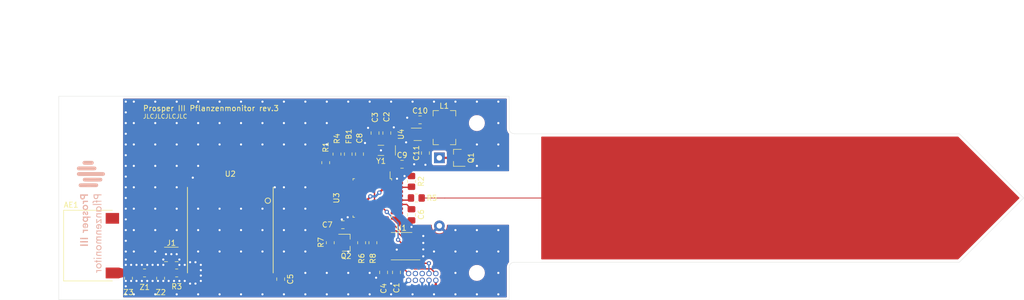
<source format=kicad_pcb>
(kicad_pcb (version 20171130) (host pcbnew "(5.1.12-1-10_14)")
  (layers (0 F.Cu signal) (31 B.Cu signal) (34 B.Paste user) (35 F.Paste user) (36 B.SilkS user) (37 F.SilkS user) (38 B.Mask user) (39 F.Mask user) (44 Edge.Cuts user))
  (net 0 "")
  (net 1 "Net-(AE1-Pad1)")
  (net 2 GND)
  (net 3 "Net-(BT1-Pad1)")
  (net 4 VI2C)
  (net 5 +3V3)
  (net 6 VIN_SENSE)
  (net 7 +3.3VA)
  (net 8 NRST)
  (net 9 "Net-(J1-Pad1)")
  (net 10 SWDIO)
  (net 11 SWCLK)
  (net 12 "Net-(J2-Pad8)")
  (net 13 "Net-(J2-Pad7)")
  (net 14 "Net-(J2-Pad6)")
  (net 15 "Net-(L1-Pad1)")
  (net 16 I2C_ENABLE)
  (net 17 SCL)
  (net 18 SDA)
  (net 19 RFM95_NRST)
  (net 20 MISO)
  (net 21 MOSI)
  (net 22 SCK)
  (net 23 RFM95_NSS)
  (net 24 RFM95_DIO5)
  (net 25 "Net-(U2-Pad11)")
  (net 26 "Net-(U2-Pad12)")
  (net 27 "Net-(U2-Pad16)")
  (net 28 TSC_IO1)
  (net 29 TSC_IO2)
  (net 30 SENSOR_PLANE)
  (net 31 RFM95_DIO0)
  (net 32 RFM95_DIO1)
  (net 33 "Net-(C2-Pad1)")
  (net 34 "Net-(C3-Pad1)")
  (net 35 "Net-(R2-Pad1)")
  (net 36 "Net-(R3-Pad1)")
  (net 37 "Net-(R4-Pad2)")
  (net 38 "Net-(U3-Pad7)")
  (net 39 "Net-(U3-Pad21)")
  (net 40 "Net-(U3-Pad22)")
  (net 41 "Net-(U3-Pad25)")
  (net 42 "Net-(U3-Pad26)")
  (net 43 "Net-(U3-Pad29)")
  (net 44 "Net-(U3-Pad30)")
  (module Crystal:Crystal_SMD_EuroQuartz_EQ161-2Pin_3.2x1.5mm_HandSoldering (layer F.Cu) (at 120.1 91.1 180)
    (fp_text reference Y1 (at -0.025 -2) (layer F.SilkS))
    (fp_text value 32768Hz)
    (pad 2 smd rect (at 1.625 0 180) (size 1.75 1.8) (layers F.Cu F.Paste F.Mask) (net 34 "Net-(C3-Pad1)"))
    (pad 1 smd rect (at -1.625 0 180) (size 1.75 1.8) (layers F.Cu F.Paste F.Mask) (net 33 "Net-(C2-Pad1)"))
  )
  (module Capacitor_SMD:C_0805_2012Metric_Pad1.18x1.45mm_HandSolder (layer F.Cu) (at 119 87.8625 90)
    (fp_text reference C3 (at 2.9125 0 270) (layer F.SilkS))
    (fp_text value 100nF)
    (pad 2 smd roundrect (at 1.0375 0 90) (size 1.175 1.45) (layers F.Cu F.Paste F.Mask) (roundrect_rratio 0.2127659574468085) (net 2 GND))
    (pad 1 smd roundrect (at -1.0375 0 90) (size 1.175 1.45) (layers F.Cu F.Paste F.Mask) (roundrect_rratio 0.2127659574468085) (net 34 "Net-(C3-Pad1)"))
  )
  (module Capacitor_SMD:C_0805_2012Metric_Pad1.18x1.45mm_HandSolder (layer F.Cu) (at 121.2 87.8625 90)
    (fp_text reference C2 (at 3.0125 -0.05 90) (layer F.SilkS))
    (fp_text value 100nF)
    (pad 2 smd roundrect (at 1.0375 0 90) (size 1.175 1.45) (layers F.Cu F.Paste F.Mask) (roundrect_rratio 0.2127659574468085) (net 2 GND))
    (pad 1 smd roundrect (at -1.0375 0 90) (size 1.175 1.45) (layers F.Cu F.Paste F.Mask) (roundrect_rratio 0.2127659574468085) (net 33 "Net-(C2-Pad1)"))
  )
  (module my-footprints-library:ProsperIIIPflanzenMonitorLogo (layer B.Cu) (at 66 103.5 270)
    (fp_text reference G*** hide)
    (fp_text value LOGO hide)
  )
  (module MountingHole:MountingHole_2.2mm_M2 (layer F.Cu) (at 138 114)
    (fp_text reference H3 hide)
    (fp_text value MountingHole)
    (pad 1 np_thru_hole circle (at 0 0) (size 2.2 2.2) (drill 2.2) (layers *.Cu *.Mask))
  )
  (module MountingHole:MountingHole_2.2mm_M2 (layer F.Cu) (at 138 86)
    (fp_text reference H2 hide)
    (fp_text value MountingHole)
    (pad 1 np_thru_hole circle (at 0 0) (size 2.2 2.2) (drill 2.2) (layers *.Cu *.Mask))
  )
  (module MountingHole:MountingHole_2.2mm_M2 (layer F.Cu) (at 65 86)
    (fp_text reference H1 hide)
    (fp_text value MountingHole)
    (pad 1 np_thru_hole circle (at 0 0) (size 2.2 2.2) (drill 2.2) (layers *.Cu *.Mask))
  )
  (module my-footprints-library:BatteryHolder_Keystone_2468_2xAAA_NoSilkscreen (layer B.Cu) (at 131 92.5 180)
    (fp_text reference BT1 hide)
    (fp_text value Keystone-2462)
    (pad 2 thru_hole circle (at 0 -12.7 180) (size 2 2) (drill 1.02) (layers *.Cu *.Mask) (net 2 GND))
    (pad 1 thru_hole rect (at 0 0 180) (size 2 2) (drill 1.02) (layers *.Cu *.Mask) (net 3 "Net-(BT1-Pad1)"))
  )
  (module my-footprints-library:SHF-105-01-L-D-TH_NoSilkscreen (layer B.Cu) (at 127.8 114.75 180)
    (fp_text reference J2 hide)
    (fp_text value SHF-105-01-L-D-TH)
    (pad 2 thru_hole circle (at -2.54 0.635 180) (size 1 1) (drill 0.65) (layers *.Cu *.Mask) (net 10 SWDIO))
    (pad 4 thru_hole circle (at -1.27 0.635 180) (size 1 1) (drill 0.65) (layers *.Cu *.Mask) (net 11 SWCLK))
    (pad 10 thru_hole circle (at 2.54 0.635 180) (size 1 1) (drill 0.65) (layers *.Cu *.Mask) (net 8 NRST))
    (pad 8 thru_hole circle (at 1.27 0.635 180) (size 1 1) (drill 0.65) (layers *.Cu *.Mask) (net 12 "Net-(J2-Pad8)"))
    (pad 9 thru_hole circle (at 2.54 -0.635 180) (size 1 1) (drill 0.65) (layers *.Cu *.Mask) (net 2 GND))
    (pad 7 thru_hole circle (at 1.27 -0.635 180) (size 1 1) (drill 0.65) (layers *.Cu *.Mask) (net 13 "Net-(J2-Pad7)"))
    (pad 1 thru_hole circle (at -2.54 -0.635 180) (size 1 1) (drill 0.65) (layers *.Cu *.Mask) (net 5 +3V3))
    (pad 3 thru_hole circle (at -1.27 -0.635 180) (size 1 1) (drill 0.65) (layers *.Cu *.Mask) (net 2 GND))
    (pad 6 thru_hole circle (at 0 0.635 180) (size 1 1) (drill 0.65) (layers *.Cu *.Mask) (net 14 "Net-(J2-Pad6)"))
    (pad 5 thru_hole circle (at 0 -0.635 180) (size 1 1) (drill 0.65) (layers *.Cu *.Mask) (net 2 GND))
  )
  (module Resistor_SMD:R_0805_2012Metric_Pad1.20x1.40mm_HandSolder (layer F.Cu) (at 126.7 100)
    (fp_text reference R5 (at 2.9 0) (layer F.SilkS))
    (fp_text value ?)
    (pad 2 smd roundrect (at 1 0) (size 1.2 1.4) (layers F.Cu F.Paste F.Mask) (roundrect_rratio 0.2083325) (net 30 SENSOR_PLANE))
    (pad 1 smd roundrect (at -1 0) (size 1.2 1.4) (layers F.Cu F.Paste F.Mask) (roundrect_rratio 0.2083325) (net 29 TSC_IO2))
  )
  (module Capacitor_SMD:C_0805_2012Metric_Pad1.18x1.45mm_HandSolder (layer F.Cu) (at 125.8 103.1375 270)
    (fp_text reference C6 (at -0.0375 -1.8 90) (layer F.SilkS))
    (fp_text value ?)
    (pad 2 smd roundrect (at 1.0375 0 270) (size 1.175 1.45) (layers F.Cu F.Paste F.Mask) (roundrect_rratio 0.2127659574468085) (net 2 GND))
    (pad 1 smd roundrect (at -1.0375 0 270) (size 1.175 1.45) (layers F.Cu F.Paste F.Mask) (roundrect_rratio 0.2127659574468085) (net 28 TSC_IO1))
  )
  (module Resistor_SMD:R_0805_2012Metric_Pad1.20x1.40mm_HandSolder (layer F.Cu) (at 73 115 90)
    (fp_text reference Z3 (at -2.625 0) (layer F.SilkS))
    (fp_text value NC)
    (pad 2 smd roundrect (at 1 0 90) (size 1.2 1.4) (layers F.Cu F.Paste F.Mask) (roundrect_rratio 0.2083325) (net 1 "Net-(AE1-Pad1)"))
    (pad 1 smd roundrect (at -1 0 90) (size 1.2 1.4) (layers F.Cu F.Paste F.Mask) (roundrect_rratio 0.2083325) (net 2 GND))
  )
  (module Resistor_SMD:R_0805_2012Metric_Pad1.20x1.40mm_HandSolder (layer F.Cu) (at 76 114 180)
    (fp_text reference Z1 (at -0.025 -2.675 180) (layer F.SilkS))
    (fp_text value 10nH)
    (pad 2 smd roundrect (at 1 0 180) (size 1.2 1.4) (layers F.Cu F.Paste F.Mask) (roundrect_rratio 0.2083325) (net 1 "Net-(AE1-Pad1)"))
    (pad 1 smd roundrect (at -1 0 180) (size 1.2 1.4) (layers F.Cu F.Paste F.Mask) (roundrect_rratio 0.2083325) (net 9 "Net-(J1-Pad1)"))
  )
  (module Resistor_SMD:R_0805_2012Metric_Pad1.20x1.40mm_HandSolder (layer F.Cu) (at 79 115 270)
    (fp_text reference Z2 (at 2.625 -0.025) (layer F.SilkS))
    (fp_text value 3.9nF)
    (pad 2 smd roundrect (at 1 0 270) (size 1.2 1.4) (layers F.Cu F.Paste F.Mask) (roundrect_rratio 0.2083325) (net 2 GND))
    (pad 1 smd roundrect (at -1 0 270) (size 1.2 1.4) (layers F.Cu F.Paste F.Mask) (roundrect_rratio 0.2083325) (net 9 "Net-(J1-Pad1)"))
  )
  (module my-footprints-library:LQFP-32_7x7mm_P0.8mm_HandSolder (layer F.Cu) (at 118.5 100 270)
    (fp_text reference U3 (at 0 6.7 270) (layer F.SilkS))
    (fp_text value STM32L412KB)
    (pad 1 smd roundrect (at -4.575 -2.8 270) (size 2.3 0.5) (layers F.Cu F.Paste F.Mask) (net 5 +3V3))
    (pad 2 smd roundrect (at -4.575 -2 270) (size 2.3 0.5) (layers F.Cu F.Paste F.Mask) (net 33 "Net-(C2-Pad1)"))
    (pad 3 smd roundrect (at -4.575 -1.2 270) (size 2.3 0.5) (layers F.Cu F.Paste F.Mask) (net 34 "Net-(C3-Pad1)"))
    (pad 4 smd roundrect (at -4.575 -0.4 270) (size 2.3 0.5) (layers F.Cu F.Paste F.Mask) (net 8 NRST))
    (pad 5 smd roundrect (at -4.575 0.4 270) (size 2.3 0.5) (layers F.Cu F.Paste F.Mask) (net 7 +3.3VA))
    (pad 6 smd roundrect (at -4.575 1.2 270) (size 2.3 0.5) (layers F.Cu F.Paste F.Mask) (net 37 "Net-(R4-Pad2)"))
    (pad 7 smd roundrect (at -4.575 2 270) (size 2.3 0.5) (layers F.Cu F.Paste F.Mask) (net 38 "Net-(U3-Pad7)"))
    (pad 8 smd roundrect (at -4.575 2.8 270) (size 2.3 0.5) (layers F.Cu F.Paste F.Mask) (net 24 RFM95_DIO5))
    (pad 9 smd roundrect (at -2.8 4.575 270) (size 0.5 2.3) (layers F.Cu F.Paste F.Mask) (net 19 RFM95_NRST))
    (pad 10 smd roundrect (at -2 4.575 270) (size 0.5 2.3) (layers F.Cu F.Paste F.Mask) (net 23 RFM95_NSS))
    (pad 11 smd roundrect (at -1.2 4.575 270) (size 0.5 2.3) (layers F.Cu F.Paste F.Mask) (net 22 SCK))
    (pad 12 smd roundrect (at -0.4 4.575 270) (size 0.5 2.3) (layers F.Cu F.Paste F.Mask) (net 20 MISO))
    (pad 13 smd roundrect (at 0.4 4.575 270) (size 0.5 2.3) (layers F.Cu F.Paste F.Mask) (net 21 MOSI))
    (pad 14 smd roundrect (at 1.2 4.575 270) (size 0.5 2.3) (layers F.Cu F.Paste F.Mask) (net 31 RFM95_DIO0))
    (pad 15 smd roundrect (at 2 4.575 270) (size 0.5 2.3) (layers F.Cu F.Paste F.Mask) (net 32 RFM95_DIO1))
    (pad 16 smd roundrect (at 2.8 4.575 270) (size 0.5 2.3) (layers F.Cu F.Paste F.Mask) (net 2 GND))
    (pad 17 smd roundrect (at 4.575 2.8 270) (size 2.3 0.5) (layers F.Cu F.Paste F.Mask) (net 5 +3V3))
    (pad 18 smd roundrect (at 4.575 2 270) (size 2.3 0.5) (layers F.Cu F.Paste F.Mask) (net 16 I2C_ENABLE))
    (pad 19 smd roundrect (at 4.575 1.2 270) (size 2.3 0.5) (layers F.Cu F.Paste F.Mask) (net 17 SCL))
    (pad 20 smd roundrect (at 4.575 0.4 270) (size 2.3 0.5) (layers F.Cu F.Paste F.Mask) (net 18 SDA))
    (pad 21 smd roundrect (at 4.575 -0.4 270) (size 2.3 0.5) (layers F.Cu F.Paste F.Mask) (net 39 "Net-(U3-Pad21)"))
    (pad 22 smd roundrect (at 4.575 -1.2 270) (size 2.3 0.5) (layers F.Cu F.Paste F.Mask) (net 40 "Net-(U3-Pad22)"))
    (pad 23 smd roundrect (at 4.575 -2 270) (size 2.3 0.5) (layers F.Cu F.Paste F.Mask) (net 10 SWDIO))
    (pad 24 smd roundrect (at 4.575 -2.8 270) (size 2.3 0.5) (layers F.Cu F.Paste F.Mask) (net 11 SWCLK))
    (pad 25 smd roundrect (at 2.8 -4.575 270) (size 0.5 2.3) (layers F.Cu F.Paste F.Mask) (net 41 "Net-(U3-Pad25)"))
    (pad 26 smd roundrect (at 2 -4.575 270) (size 0.5 2.3) (layers F.Cu F.Paste F.Mask) (net 42 "Net-(U3-Pad26)"))
    (pad 27 smd roundrect (at 1.2 -4.575 270) (size 0.5 2.3) (layers F.Cu F.Paste F.Mask) (net 28 TSC_IO1))
    (pad 28 smd roundrect (at 0.4 -4.575 270) (size 0.5 2.3) (layers F.Cu F.Paste F.Mask) (net 29 TSC_IO2))
    (pad 29 smd roundrect (at -0.4 -4.575 270) (size 0.5 2.3) (layers F.Cu F.Paste F.Mask) (net 43 "Net-(U3-Pad29)"))
    (pad 30 smd roundrect (at -1.2 -4.575 270) (size 0.5 2.3) (layers F.Cu F.Paste F.Mask) (net 44 "Net-(U3-Pad30)"))
    (pad 31 smd roundrect (at -2 -4.575 270) (size 0.5 2.3) (layers F.Cu F.Paste F.Mask) (net 35 "Net-(R2-Pad1)"))
    (pad 32 smd roundrect (at -2.8 -4.575 270) (size 0.5 2.3) (layers F.Cu F.Paste F.Mask) (net 2 GND))
  )
  (module Package_TO_SOT_SMD:SOT-363_SC-70-6_Handsoldering (layer F.Cu) (at 126.95 88.1)
    (fp_text reference U4 (at -3.1 0 270) (layer F.SilkS))
    (fp_text value TLV61225)
    (pad 6 smd rect (at 1.33 -0.65) (size 1.5 0.4) (layers F.Cu F.Paste F.Mask) (net 6 VIN_SENSE))
    (pad 5 smd rect (at 1.33 0) (size 1.5 0.4) (layers F.Cu F.Paste F.Mask) (net 15 "Net-(L1-Pad1)"))
    (pad 4 smd rect (at 1.33 0.65) (size 1.5 0.4) (layers F.Cu F.Paste F.Mask) (net 5 +3V3))
    (pad 3 smd rect (at -1.33 0.65) (size 1.5 0.4) (layers F.Cu F.Paste F.Mask) (net 2 GND))
    (pad 2 smd rect (at -1.33 0) (size 1.5 0.4) (layers F.Cu F.Paste F.Mask) (net 5 +3V3))
    (pad 1 smd rect (at -1.33 -0.65) (size 1.5 0.4) (layers F.Cu F.Paste F.Mask) (net 6 VIN_SENSE))
  )
  (module my-footprints-library:RFM95W (layer F.Cu) (at 92 106 270)
    (fp_text reference U2 (at -10.5 0 180) (layer F.SilkS))
    (fp_text value RFM95W)
    (pad 1 smd rect (at -8 -7 270) (size 2.5 1.2) (layers F.Cu F.Paste F.Mask) (net 2 GND))
    (pad 2 smd rect (at -8 -5 270) (size 2.5 1.2) (layers F.Cu F.Paste F.Mask) (net 20 MISO))
    (pad 3 smd rect (at -8 -3 270) (size 2.5 1.2) (layers F.Cu F.Paste F.Mask) (net 21 MOSI))
    (pad 4 smd rect (at -8 -1 270) (size 2.5 1.2) (layers F.Cu F.Paste F.Mask) (net 22 SCK))
    (pad 5 smd rect (at -8 1 270) (size 2.5 1.2) (layers F.Cu F.Paste F.Mask) (net 23 RFM95_NSS))
    (pad 6 smd rect (at -8 3 270) (size 2.5 1.2) (layers F.Cu F.Paste F.Mask) (net 19 RFM95_NRST))
    (pad 7 smd rect (at -8 5 270) (size 2.5 1.2) (layers F.Cu F.Paste F.Mask) (net 24 RFM95_DIO5))
    (pad 8 smd rect (at -8 7 270) (size 2.5 1.2) (layers F.Cu F.Paste F.Mask) (net 2 GND))
    (pad 9 smd rect (at 8 7 270) (size 2.5 1.2) (layers F.Cu F.Paste F.Mask) (net 36 "Net-(R3-Pad1)"))
    (pad 10 smd rect (at 8 5 270) (size 2.5 1.2) (layers F.Cu F.Paste F.Mask) (net 2 GND))
    (pad 11 smd rect (at 8 3 270) (size 2.5 1.2) (layers F.Cu F.Paste F.Mask) (net 25 "Net-(U2-Pad11)"))
    (pad 12 smd rect (at 8 1 270) (size 2.5 1.2) (layers F.Cu F.Paste F.Mask) (net 26 "Net-(U2-Pad12)"))
    (pad 13 smd rect (at 8 -1 270) (size 2.5 1.2) (layers F.Cu F.Paste F.Mask) (net 5 +3V3))
    (pad 14 smd rect (at 8 -3 270) (size 2.5 1.2) (layers F.Cu F.Paste F.Mask) (net 31 RFM95_DIO0))
    (pad 15 smd rect (at 8 -5 270) (size 2.5 1.2) (layers F.Cu F.Paste F.Mask) (net 32 RFM95_DIO1))
    (pad 16 smd rect (at 8 -7 270) (size 2.5 1.2) (layers F.Cu F.Paste F.Mask) (net 27 "Net-(U2-Pad16)"))
  )
  (module Package_SO:SOIC-8_3.9x4.9mm_P1.27mm (layer F.Cu) (at 123.95 109 180)
    (fp_text reference U1 (at 0.05 3.4 180) (layer F.SilkS))
    (fp_text value 24LC32)
    (pad 8 smd roundrect (at 2.475 -1.905 180) (size 1.95 0.6) (layers F.Cu F.Paste F.Mask) (net 4 VI2C))
    (pad 7 smd roundrect (at 2.475 -0.635 180) (size 1.95 0.6) (layers F.Cu F.Paste F.Mask) (net 2 GND))
    (pad 6 smd roundrect (at 2.475 0.635 180) (size 1.95 0.6) (layers F.Cu F.Paste F.Mask) (net 17 SCL))
    (pad 5 smd roundrect (at 2.475 1.905 180) (size 1.95 0.6) (layers F.Cu F.Paste F.Mask) (net 18 SDA))
    (pad 4 smd roundrect (at -2.475 1.905 180) (size 1.95 0.6) (layers F.Cu F.Paste F.Mask) (net 2 GND))
    (pad 3 smd roundrect (at -2.475 0.635 180) (size 1.95 0.6) (layers F.Cu F.Paste F.Mask) (net 2 GND))
    (pad 2 smd roundrect (at -2.475 -0.635 180) (size 1.95 0.6) (layers F.Cu F.Paste F.Mask) (net 2 GND))
    (pad 1 smd roundrect (at -2.475 -1.905 180) (size 1.95 0.6) (layers F.Cu F.Paste F.Mask) (net 2 GND))
  )
  (module Resistor_SMD:R_0805_2012Metric_Pad1.20x1.40mm_HandSolder (layer F.Cu) (at 125.8 96.9 90)
    (fp_text reference R2 (at 0 1.8 90) (layer F.SilkS))
    (fp_text value 10k)
    (pad 2 smd roundrect (at 1 0 90) (size 1.2 1.4) (layers F.Cu F.Paste F.Mask) (roundrect_rratio 0.2083325) (net 2 GND))
    (pad 1 smd roundrect (at -1 0 90) (size 1.2 1.4) (layers F.Cu F.Paste F.Mask) (roundrect_rratio 0.2083325) (net 35 "Net-(R2-Pad1)"))
  )
  (module Resistor_SMD:R_0805_2012Metric_Pad1.20x1.40mm_HandSolder (layer F.Cu) (at 111.9 91.8 270)
    (fp_text reference R4 (at -2.9 0 90) (layer F.SilkS))
    (fp_text value 100)
    (pad 2 smd roundrect (at 1 0 270) (size 1.2 1.4) (layers F.Cu F.Paste F.Mask) (roundrect_rratio 0.2083325) (net 37 "Net-(R4-Pad2)"))
    (pad 1 smd roundrect (at -1 0 270) (size 1.2 1.4) (layers F.Cu F.Paste F.Mask) (roundrect_rratio 0.2083325) (net 6 VIN_SENSE))
  )
  (module Resistor_SMD:R_0805_2012Metric_Pad1.20x1.40mm_HandSolder (layer F.Cu) (at 82 114 180)
    (fp_text reference R3 (at 0 -2.55 180) (layer F.SilkS))
    (fp_text value 0)
    (pad 2 smd roundrect (at 1 0 180) (size 1.2 1.4) (layers F.Cu F.Paste F.Mask) (roundrect_rratio 0.2083325) (net 9 "Net-(J1-Pad1)"))
    (pad 1 smd roundrect (at -1 0 180) (size 1.2 1.4) (layers F.Cu F.Paste F.Mask) (roundrect_rratio 0.2083325) (net 36 "Net-(R3-Pad1)"))
  )
  (module Resistor_SMD:R_0805_2012Metric_Pad1.20x1.40mm_HandSolder (layer F.Cu) (at 109.8 93.4 270)
    (fp_text reference R1 (at -2.9 0 90) (layer F.SilkS))
    (fp_text value 100k)
    (pad 2 smd roundrect (at 1 0 270) (size 1.2 1.4) (layers F.Cu F.Paste F.Mask) (roundrect_rratio 0.2083325) (net 19 RFM95_NRST))
    (pad 1 smd roundrect (at -1 0 270) (size 1.2 1.4) (layers F.Cu F.Paste F.Mask) (roundrect_rratio 0.2083325) (net 5 +3V3))
  )
  (module Resistor_SMD:R_0805_2012Metric_Pad1.20x1.40mm_HandSolder (layer F.Cu) (at 118.6 108.36 90)
    (fp_text reference R8 (at -2.94 0 90) (layer F.SilkS))
    (fp_text value 4.7k)
    (pad 2 smd roundrect (at 1 0 90) (size 1.2 1.4) (layers F.Cu F.Paste F.Mask) (roundrect_rratio 0.2083325) (net 18 SDA))
    (pad 1 smd roundrect (at -1 0 90) (size 1.2 1.4) (layers F.Cu F.Paste F.Mask) (roundrect_rratio 0.2083325) (net 4 VI2C))
  )
  (module Resistor_SMD:R_0805_2012Metric_Pad1.20x1.40mm_HandSolder (layer F.Cu) (at 116.5 108.36 90)
    (fp_text reference R6 (at -2.94 0 90) (layer F.SilkS))
    (fp_text value 4.7k)
    (pad 2 smd roundrect (at 1 0 90) (size 1.2 1.4) (layers F.Cu F.Paste F.Mask) (roundrect_rratio 0.2083325) (net 17 SCL))
    (pad 1 smd roundrect (at -1 0 90) (size 1.2 1.4) (layers F.Cu F.Paste F.Mask) (roundrect_rratio 0.2083325) (net 4 VI2C))
  )
  (module Resistor_SMD:R_0805_2012Metric_Pad1.20x1.40mm_HandSolder (layer F.Cu) (at 110.65 108.36 270)
    (fp_text reference R7 (at -0.06 1.75 270) (layer F.SilkS))
    (fp_text value 100k)
    (pad 2 smd roundrect (at 1 0 270) (size 1.2 1.4) (layers F.Cu F.Paste F.Mask) (roundrect_rratio 0.2083325) (net 5 +3V3))
    (pad 1 smd roundrect (at -1 0 270) (size 1.2 1.4) (layers F.Cu F.Paste F.Mask) (roundrect_rratio 0.2083325) (net 16 I2C_ENABLE))
  )
  (module Package_TO_SOT_SMD:SOT-23 (layer F.Cu) (at 134.4 92.5 180)
    (fp_text reference Q1 (at -2.5 0 270) (layer F.SilkS))
    (fp_text value TSM260P02)
    (pad 3 smd rect (at 1 0 180) (size 0.9 0.8) (layers F.Cu F.Paste F.Mask) (net 3 "Net-(BT1-Pad1)"))
    (pad 2 smd rect (at -1 0.95 180) (size 0.9 0.8) (layers F.Cu F.Paste F.Mask) (net 6 VIN_SENSE))
    (pad 1 smd rect (at -1 -0.95 180) (size 0.9 0.8) (layers F.Cu F.Paste F.Mask) (net 2 GND))
  )
  (module Package_TO_SOT_SMD:SOT-23 (layer F.Cu) (at 113.6 108.36)
    (fp_text reference Q2 (at 0 2.5) (layer F.SilkS))
    (fp_text value PMV250EPEA)
    (pad 3 smd rect (at 1 0) (size 0.9 0.8) (layers F.Cu F.Paste F.Mask) (net 4 VI2C))
    (pad 2 smd rect (at -1 0.95) (size 0.9 0.8) (layers F.Cu F.Paste F.Mask) (net 5 +3V3))
    (pad 1 smd rect (at -1 -0.95) (size 0.9 0.8) (layers F.Cu F.Paste F.Mask) (net 16 I2C_ENABLE))
  )
  (module my-footprints-library:L_Bourns-SRN4018_3DModel_HandSolder (layer F.Cu) (at 131.95 86.85 90)
    (fp_text reference L1 (at 4.05 -0.05 180) (layer F.SilkS))
    (fp_text value 4.7uH)
    (pad 2 smd rect (at 1.925 0 90) (size 2.3 3.6) (layers F.Cu F.Paste F.Mask) (net 6 VIN_SENSE))
    (pad 1 smd rect (at -1.925 0 90) (size 2.3 3.6) (layers F.Cu F.Paste F.Mask) (net 15 "Net-(L1-Pad1)"))
  )
  (module my-footprints-library:CONUFL001-SMD (layer F.Cu) (at 81 110.5)
    (fp_text reference J1 (at 0 -2.1) (layer F.SilkS))
    (fp_text value CONUFL001-SMD-T)
    (pad 1 smd rect (at 0 1.525) (size 1 1.05) (layers F.Cu F.Paste F.Mask) (net 9 "Net-(J1-Pad1)"))
    (pad 2 smd rect (at 1.475 0) (size 1.05 2.2) (layers F.Cu F.Paste F.Mask) (net 2 GND))
    (pad 2 smd rect (at -1.475 0) (size 1.05 2.2) (layers F.Cu F.Paste F.Mask) (net 2 GND))
  )
  (module Inductor_SMD:L_0805_2012Metric_Pad1.15x1.40mm_HandSolder (layer F.Cu) (at 114 91.8 270)
    (fp_text reference FB1 (at -3.3 -0.1 90) (layer F.SilkS))
    (fp_text value WE742792040)
    (pad 2 smd roundrect (at 1.025 0 270) (size 1.15 1.4) (layers F.Cu F.Paste F.Mask) (roundrect_rratio 0.2173904347826087) (net 7 +3.3VA))
    (pad 1 smd roundrect (at -1.025 0 270) (size 1.15 1.4) (layers F.Cu F.Paste F.Mask) (roundrect_rratio 0.2173904347826087) (net 5 +3V3))
  )
  (module Capacitor_SMD:C_0805_2012Metric_Pad1.18x1.45mm_HandSolder (layer F.Cu) (at 123 113.9 270)
    (fp_text reference C1 (at 2.9 0 270) (layer F.SilkS))
    (fp_text value 100nF)
    (pad 2 smd roundrect (at 1.0375 0 270) (size 1.175 1.45) (layers F.Cu F.Paste F.Mask) (roundrect_rratio 0.2127659574468085) (net 2 GND))
    (pad 1 smd roundrect (at -1.0375 0 270) (size 1.175 1.45) (layers F.Cu F.Paste F.Mask) (roundrect_rratio 0.2127659574468085) (net 8 NRST))
  )
  (module Capacitor_SMD:C_0805_2012Metric_Pad1.18x1.45mm_HandSolder (layer F.Cu) (at 124.0375 93.7)
    (fp_text reference C9 (at 0.0125 -1.7) (layer F.SilkS))
    (fp_text value 100nF)
    (pad 2 smd roundrect (at 1.0375 0) (size 1.175 1.45) (layers F.Cu F.Paste F.Mask) (roundrect_rratio 0.2127659574468085) (net 2 GND))
    (pad 1 smd roundrect (at -1.0375 0) (size 1.175 1.45) (layers F.Cu F.Paste F.Mask) (roundrect_rratio 0.2127659574468085) (net 5 +3V3))
  )
  (module Capacitor_SMD:C_0805_2012Metric_Pad1.18x1.45mm_HandSolder (layer F.Cu) (at 113 105 180)
    (fp_text reference C7 (at 2.9 0 180) (layer F.SilkS))
    (fp_text value 100nF)
    (pad 2 smd roundrect (at 1.0375 0 180) (size 1.175 1.45) (layers F.Cu F.Paste F.Mask) (roundrect_rratio 0.2127659574468085) (net 2 GND))
    (pad 1 smd roundrect (at -1.0375 0 180) (size 1.175 1.45) (layers F.Cu F.Paste F.Mask) (roundrect_rratio 0.2127659574468085) (net 5 +3V3))
  )
  (module Capacitor_SMD:C_0805_2012Metric_Pad1.18x1.45mm_HandSolder (layer F.Cu) (at 116.1 91.8 90)
    (fp_text reference C8 (at 2.9625 0 90) (layer F.SilkS))
    (fp_text value 100nF)
    (pad 2 smd roundrect (at 1.0375 0 90) (size 1.175 1.45) (layers F.Cu F.Paste F.Mask) (roundrect_rratio 0.2127659574468085) (net 2 GND))
    (pad 1 smd roundrect (at -1.0375 0 90) (size 1.175 1.45) (layers F.Cu F.Paste F.Mask) (roundrect_rratio 0.2127659574468085) (net 7 +3.3VA))
  )
  (module Capacitor_SMD:C_0805_2012Metric_Pad1.18x1.45mm_HandSolder (layer F.Cu) (at 127.4 85.4 180)
    (fp_text reference C10 (at 0 1.7) (layer F.SilkS))
    (fp_text value 10uF)
    (pad 2 smd roundrect (at 1.0375 0 180) (size 1.175 1.45) (layers F.Cu F.Paste F.Mask) (roundrect_rratio 0.2127659574468085) (net 2 GND))
    (pad 1 smd roundrect (at -1.0375 0 180) (size 1.175 1.45) (layers F.Cu F.Paste F.Mask) (roundrect_rratio 0.2127659574468085) (net 6 VIN_SENSE))
  )
  (module Capacitor_SMD:C_0805_2012Metric_Pad1.18x1.45mm_HandSolder (layer F.Cu) (at 128.4 91.6 270)
    (fp_text reference C11 (at 0 1.7 270) (layer F.SilkS))
    (fp_text value 10uF)
    (pad 2 smd roundrect (at 1.0375 0 270) (size 1.175 1.45) (layers F.Cu F.Paste F.Mask) (roundrect_rratio 0.2127659574468085) (net 2 GND))
    (pad 1 smd roundrect (at -1.0375 0 270) (size 1.175 1.45) (layers F.Cu F.Paste F.Mask) (roundrect_rratio 0.2127659574468085) (net 5 +3V3))
  )
  (module Capacitor_SMD:C_0805_2012Metric_Pad1.18x1.45mm_HandSolder (layer F.Cu) (at 101.4 115.1625 90)
    (fp_text reference C5 (at 0 1.8 90) (layer F.SilkS))
    (fp_text value 100nF)
    (pad 2 smd roundrect (at 1.0375 0 90) (size 1.175 1.45) (layers F.Cu F.Paste F.Mask) (roundrect_rratio 0.2127659574468085) (net 2 GND))
    (pad 1 smd roundrect (at -1.0375 0 90) (size 1.175 1.45) (layers F.Cu F.Paste F.Mask) (roundrect_rratio 0.2127659574468085) (net 5 +3V3))
  )
  (module Capacitor_SMD:C_0805_2012Metric_Pad1.18x1.45mm_HandSolder (layer F.Cu) (at 120.6 113.9 270)
    (fp_text reference C4 (at 3 0 90) (layer F.SilkS))
    (fp_text value 100nF)
    (pad 2 smd roundrect (at 1.0375 0 270) (size 1.175 1.45) (layers F.Cu F.Paste F.Mask) (roundrect_rratio 0.2127659574468085) (net 2 GND))
    (pad 1 smd roundrect (at -1.0375 0 270) (size 1.175 1.45) (layers F.Cu F.Paste F.Mask) (roundrect_rratio 0.2127659574468085) (net 4 VI2C))
  )
  (module my-footprints-library:Linx_ANT-868-uSP410 (layer F.Cu) (at 70 108.9 90)
    (fp_text reference AE1 (at 7.6 -7.7 180) (layer F.SilkS))
    (fp_text value ANT-868-uSP410)
    (pad 2 smd rect (at 5.1 0 90) (size 2 2.5) (layers F.Cu F.Paste F.Mask))
    (pad 1 smd rect (at -5.1 0 90) (size 2 2.5) (layers F.Cu F.Paste F.Mask) (net 1 "Net-(AE1-Pad1)"))
  )
  (gr_text "Prosper III Pflanzenmonitor rev.3" (at 75.651429 83.25) (layer F.SilkS) (effects (font (size 1 1)) (justify left)))
  (gr_text JLCJLCJLCJLC (at 75.651429 84.75) (layer F.SilkS) (effects (font (size 0.8 0.8) (thickness 0.12)) (justify left)))
  (gr_arc (start 145 87) (end 144 87) (angle -90) (layer Edge.Cuts) (width 0.05))
  (gr_arc (start 145 113) (end 145 112) (angle -90) (layer Edge.Cuts) (width 0.05))
  (gr_line (start 60 119) (end 60 81) (layer Edge.Cuts) (width 0.05))
  (gr_line (start 144 119) (end 60 119) (layer Edge.Cuts) (width 0.05))
  (gr_line (start 144 113) (end 144 119) (layer Edge.Cuts) (width 0.05))
  (gr_line (start 228 112) (end 145 112) (layer Edge.Cuts) (width 0.05))
  (gr_line (start 240 100) (end 228 112) (layer Edge.Cuts) (width 0.05))
  (gr_line (start 228 88) (end 240 100) (layer Edge.Cuts) (width 0.05))
  (gr_line (start 145 88) (end 228 88) (layer Edge.Cuts) (width 0.05))
  (gr_line (start 144 81) (end 144 87) (layer Edge.Cuts) (width 0.05))
  (gr_line (start 60 81) (end 144 81) (layer Edge.Cuts) (width 0.05))
  (via (at 138 90) (size 0.8) (drill 0.4) (layers F.Cu B.Cu) (net 2))
  (via (at 134 114) (size 0.8) (drill 0.4) (layers F.Cu B.Cu) (net 2))
  (via (at 74 86) (size 0.8) (drill 0.4) (layers F.Cu B.Cu) (net 2))
  (via (at 94 118) (size 0.8) (drill 0.4) (layers F.Cu B.Cu) (net 2))
  (via (at 72.5 118) (size 0.8) (drill 0.4) (layers F.Cu B.Cu) (net 2))
  (via (at 72.5 111.5) (size 0.8) (drill 0.4) (layers F.Cu B.Cu) (net 2))
  (via (at 72.5 82) (size 0.8) (drill 0.4) (layers F.Cu B.Cu) (net 2))
  (via (at 72.5 84) (size 0.8) (drill 0.4) (layers F.Cu B.Cu) (net 2))
  (via (at 72.5 86) (size 0.8) (drill 0.4) (layers F.Cu B.Cu) (net 2))
  (via (at 72.5 88) (size 0.8) (drill 0.4) (layers F.Cu B.Cu) (net 2))
  (via (at 72.5 90) (size 0.8) (drill 0.4) (layers F.Cu B.Cu) (net 2))
  (via (at 72.5 92) (size 0.8) (drill 0.4) (layers F.Cu B.Cu) (net 2))
  (via (at 72.5 94) (size 0.8) (drill 0.4) (layers F.Cu B.Cu) (net 2))
  (via (at 72.5 96) (size 0.8) (drill 0.4) (layers F.Cu B.Cu) (net 2))
  (via (at 72.5 98) (size 0.8) (drill 0.4) (layers F.Cu B.Cu) (net 2))
  (via (at 72.5 100) (size 0.8) (drill 0.4) (layers F.Cu B.Cu) (net 2))
  (via (at 72.5 102) (size 0.8) (drill 0.4) (layers F.Cu B.Cu) (net 2))
  (via (at 72.5 104) (size 0.8) (drill 0.4) (layers F.Cu B.Cu) (net 2))
  (via (at 72.5 106) (size 0.8) (drill 0.4) (layers F.Cu B.Cu) (net 2))
  (via (at 72.5 108) (size 0.8) (drill 0.4) (layers F.Cu B.Cu) (net 2))
  (via (at 72.5 110) (size 0.8) (drill 0.4) (layers F.Cu B.Cu) (net 2))
  (via (at 81 110.5) (size 0.8) (drill 0.4) (layers F.Cu B.Cu) (net 2))
  (via (at 86.5 115.5) (size 0.8) (drill 0.4) (layers F.Cu B.Cu) (net 2))
  (via (at 86.5 112.5) (size 0.8) (drill 0.4) (layers F.Cu B.Cu) (net 2))
  (via (at 85.5 116) (size 0.8) (drill 0.4) (layers F.Cu B.Cu) (net 2))
  (via (at 84.5 116) (size 0.8) (drill 0.4) (layers F.Cu B.Cu) (net 2))
  (via (at 85.5 112) (size 0.8) (drill 0.4) (layers F.Cu B.Cu) (net 2))
  (via (at 84.5 112) (size 0.8) (drill 0.4) (layers F.Cu B.Cu) (net 2))
  (via (at 83.5 112.5) (size 0.8) (drill 0.4) (layers F.Cu B.Cu) (net 2))
  (via (at 82.5 112.5) (size 0.8) (drill 0.4) (layers F.Cu B.Cu) (net 2))
  (via (at 83.5 115.5) (size 0.8) (drill 0.4) (layers F.Cu B.Cu) (net 2))
  (via (at 82.5 115.5) (size 0.8) (drill 0.4) (layers F.Cu B.Cu) (net 2))
  (via (at 81.5 115.5) (size 0.8) (drill 0.4) (layers F.Cu B.Cu) (net 2))
  (via (at 79.5 112.5) (size 0.8) (drill 0.4) (layers F.Cu B.Cu) (net 2))
  (via (at 78.5 112.5) (size 0.8) (drill 0.4) (layers F.Cu B.Cu) (net 2))
  (via (at 77.5 112.5) (size 0.8) (drill 0.4) (layers F.Cu B.Cu) (net 2))
  (via (at 76.5 112.5) (size 0.8) (drill 0.4) (layers F.Cu B.Cu) (net 2))
  (via (at 75.5 112.5) (size 0.8) (drill 0.4) (layers F.Cu B.Cu) (net 2))
  (via (at 74.5 112.5) (size 0.8) (drill 0.4) (layers F.Cu B.Cu) (net 2))
  (via (at 73.5 112.5) (size 0.8) (drill 0.4) (layers F.Cu B.Cu) (net 2))
  (via (at 72.5 112.5) (size 0.8) (drill 0.4) (layers F.Cu B.Cu) (net 2))
  (via (at 80.5 115.5) (size 0.8) (drill 0.4) (layers F.Cu B.Cu) (net 2))
  (via (at 77.5 115.5) (size 0.8) (drill 0.4) (layers F.Cu B.Cu) (net 2))
  (via (at 76.5 115.5) (size 0.8) (drill 0.4) (layers F.Cu B.Cu) (net 2))
  (via (at 75.5 115.5) (size 0.8) (drill 0.4) (layers F.Cu B.Cu) (net 2))
  (via (at 74.5 115.5) (size 0.8) (drill 0.4) (layers F.Cu B.Cu) (net 2))
  (via (at 82 118) (size 0.8) (drill 0.4) (layers F.Cu B.Cu) (net 2))
  (via (at 86 118) (size 0.8) (drill 0.4) (layers F.Cu B.Cu) (net 2))
  (via (at 90 118) (size 0.8) (drill 0.4) (layers F.Cu B.Cu) (net 2))
  (via (at 98 118) (size 0.8) (drill 0.4) (layers F.Cu B.Cu) (net 2))
  (via (at 102 118) (size 0.8) (drill 0.4) (layers F.Cu B.Cu) (net 2))
  (via (at 106 118) (size 0.8) (drill 0.4) (layers F.Cu B.Cu) (net 2))
  (via (at 118 118) (size 0.8) (drill 0.4) (layers F.Cu B.Cu) (net 2))
  (via (at 106 114) (size 0.8) (drill 0.4) (layers F.Cu B.Cu) (net 2))
  (via (at 130 118) (size 0.8) (drill 0.4) (layers F.Cu B.Cu) (net 2))
  (via (at 134 118) (size 0.8) (drill 0.4) (layers F.Cu B.Cu) (net 2))
  (via (at 138 118) (size 0.8) (drill 0.4) (layers F.Cu B.Cu) (net 2))
  (via (at 142 118) (size 0.8) (drill 0.4) (layers F.Cu B.Cu) (net 2))
  (via (at 138 110) (size 0.8) (drill 0.4) (layers F.Cu B.Cu) (net 2))
  (via (at 142 82) (size 0.8) (drill 0.4) (layers F.Cu B.Cu) (net 2))
  (via (at 138 82) (size 0.8) (drill 0.4) (layers F.Cu B.Cu) (net 2))
  (via (at 134 82) (size 0.8) (drill 0.4) (layers F.Cu B.Cu) (net 2))
  (via (at 130 82) (size 0.8) (drill 0.4) (layers F.Cu B.Cu) (net 2))
  (via (at 126 82) (size 0.8) (drill 0.4) (layers F.Cu B.Cu) (net 2))
  (via (at 122 82) (size 0.8) (drill 0.4) (layers F.Cu B.Cu) (net 2))
  (via (at 110 86) (size 0.8) (drill 0.4) (layers F.Cu B.Cu) (net 2))
  (via (at 118 82) (size 0.8) (drill 0.4) (layers F.Cu B.Cu) (net 2))
  (via (at 114 82) (size 0.8) (drill 0.4) (layers F.Cu B.Cu) (net 2))
  (via (at 110 82) (size 0.8) (drill 0.4) (layers F.Cu B.Cu) (net 2))
  (via (at 106 82) (size 0.8) (drill 0.4) (layers F.Cu B.Cu) (net 2))
  (via (at 102 82) (size 0.8) (drill 0.4) (layers F.Cu B.Cu) (net 2))
  (via (at 98 82) (size 0.8) (drill 0.4) (layers F.Cu B.Cu) (net 2))
  (via (at 94 82) (size 0.8) (drill 0.4) (layers F.Cu B.Cu) (net 2))
  (via (at 90 82) (size 0.8) (drill 0.4) (layers F.Cu B.Cu) (net 2))
  (via (at 86 82) (size 0.8) (drill 0.4) (layers F.Cu B.Cu) (net 2))
  (via (at 86 90) (size 0.8) (drill 0.4) (layers F.Cu B.Cu) (net 2))
  (via (at 86 94) (size 0.8) (drill 0.4) (layers F.Cu B.Cu) (net 2))
  (via (at 78 110) (size 0.8) (drill 0.4) (layers F.Cu B.Cu) (net 2))
  (via (at 86 110) (size 0.8) (drill 0.4) (layers F.Cu B.Cu) (net 2))
  (via (at 90 110) (size 0.8) (drill 0.4) (layers F.Cu B.Cu) (net 2))
  (via (at 94 110) (size 0.8) (drill 0.4) (layers F.Cu B.Cu) (net 2))
  (via (at 98 110) (size 0.8) (drill 0.4) (layers F.Cu B.Cu) (net 2))
  (via (at 98 106) (size 0.8) (drill 0.4) (layers F.Cu B.Cu) (net 2))
  (via (at 94 106) (size 0.8) (drill 0.4) (layers F.Cu B.Cu) (net 2))
  (via (at 94 102) (size 0.8) (drill 0.4) (layers F.Cu B.Cu) (net 2))
  (via (at 90 106) (size 0.8) (drill 0.4) (layers F.Cu B.Cu) (net 2))
  (via (at 90 102) (size 0.8) (drill 0.4) (layers F.Cu B.Cu) (net 2))
  (via (at 86 102) (size 0.8) (drill 0.4) (layers F.Cu B.Cu) (net 2))
  (via (at 86 106) (size 0.8) (drill 0.4) (layers F.Cu B.Cu) (net 2))
  (via (at 82 106) (size 0.8) (drill 0.4) (layers F.Cu B.Cu) (net 2))
  (via (at 78 106) (size 0.8) (drill 0.4) (layers F.Cu B.Cu) (net 2))
  (via (at 78 82) (size 0.8) (drill 0.4) (layers F.Cu B.Cu) (net 2))
  (via (at 82 82) (size 0.8) (drill 0.4) (layers F.Cu B.Cu) (net 2))
  (via (at 82 94) (size 0.8) (drill 0.4) (layers F.Cu B.Cu) (net 2))
  (via (at 82 90) (size 0.8) (drill 0.4) (layers F.Cu B.Cu) (net 2))
  (via (at 78 90) (size 0.8) (drill 0.4) (layers F.Cu B.Cu) (net 2))
  (via (at 78 94) (size 0.8) (drill 0.4) (layers F.Cu B.Cu) (net 2))
  (via (at 82 102) (size 0.8) (drill 0.4) (layers F.Cu B.Cu) (net 2))
  (via (at 82 98) (size 0.8) (drill 0.4) (layers F.Cu B.Cu) (net 2))
  (via (at 78 98) (size 0.8) (drill 0.4) (layers F.Cu B.Cu) (net 2))
  (via (at 78 102) (size 0.8) (drill 0.4) (layers F.Cu B.Cu) (net 2))
  (via (at 78 118) (size 0.8) (drill 0.4) (layers F.Cu B.Cu) (net 2))
  (via (at 74 118) (size 0.8) (drill 0.4) (layers F.Cu B.Cu) (net 2))
  (via (at 74 110) (size 0.8) (drill 0.4) (layers F.Cu B.Cu) (net 2))
  (via (at 74 106) (size 0.8) (drill 0.4) (layers F.Cu B.Cu) (net 2))
  (via (at 74 102) (size 0.8) (drill 0.4) (layers F.Cu B.Cu) (net 2))
  (via (at 74 98) (size 0.8) (drill 0.4) (layers F.Cu B.Cu) (net 2))
  (via (at 74 94) (size 0.8) (drill 0.4) (layers F.Cu B.Cu) (net 2))
  (via (at 74 90) (size 0.8) (drill 0.4) (layers F.Cu B.Cu) (net 2))
  (via (at 74 82) (size 0.8) (drill 0.4) (layers F.Cu B.Cu) (net 2))
  (via (at 78.5 115.5) (size 0.8) (drill 0.4) (layers F.Cu B.Cu) (net 2))
  (via (at 79.5 115.5) (size 0.8) (drill 0.4) (layers F.Cu B.Cu) (net 2))
  (via (at 73.5 115.5) (size 0.8) (drill 0.4) (layers F.Cu B.Cu) (net 2))
  (via (at 72.5 115.5) (size 0.8) (drill 0.4) (layers F.Cu B.Cu) (net 2))
  (via (at 86.5 113.5) (size 0.8) (drill 0.4) (layers F.Cu B.Cu) (net 2))
  (via (at 86.5 114.5) (size 0.8) (drill 0.4) (layers F.Cu B.Cu) (net 2))
  (via (at 82.5 111.5) (size 0.8) (drill 0.4) (layers F.Cu B.Cu) (net 2))
  (via (at 82 110.5) (size 0.8) (drill 0.4) (layers F.Cu B.Cu) (net 2))
  (via (at 80 110.5) (size 0.8) (drill 0.4) (layers F.Cu B.Cu) (net 2))
  (via (at 79.5 111.5) (size 0.8) (drill 0.4) (layers F.Cu B.Cu) (net 2))
  (via (at 72.5 116.5) (size 0.8) (drill 0.4) (layers F.Cu B.Cu) (net 2))
  (via (at 134 110) (size 0.8) (drill 0.4) (layers F.Cu B.Cu) (net 2))
  (via (at 126 118) (size 0.8) (drill 0.4) (layers F.Cu B.Cu) (net 2))
  (via (at 122 118) (size 0.8) (drill 0.4) (layers F.Cu B.Cu) (net 2))
  (via (at 110 114) (size 0.8) (drill 0.4) (layers F.Cu B.Cu) (net 2))
  (via (at 90 90) (size 0.8) (drill 0.4) (layers F.Cu B.Cu) (net 2))
  (via (at 85 96.2) (size 0.8) (drill 0.4) (layers F.Cu B.Cu) (net 2))
  (segment (start 85 98) (end 85 96.2) (width 0.4) (layer F.Cu) (net 2))
  (via (at 128 107.1) (size 0.8) (drill 0.4) (layers F.Cu B.Cu) (net 2))
  (segment (start 127.995 107.095) (end 128 107.1) (width 0.4) (layer F.Cu) (net 2))
  (segment (start 126.425 107.095) (end 127.995 107.095) (width 0.4) (layer F.Cu) (net 2))
  (segment (start 127.965 108.365) (end 128 108.4) (width 0.4) (layer F.Cu) (net 2))
  (via (at 128 108.4) (size 0.8) (drill 0.4) (layers F.Cu B.Cu) (net 2))
  (segment (start 126.425 108.365) (end 127.965 108.365) (width 0.4) (layer F.Cu) (net 2))
  (via (at 128 109.6) (size 0.8) (drill 0.4) (layers F.Cu B.Cu) (net 2))
  (segment (start 127.965 109.635) (end 128 109.6) (width 0.4) (layer F.Cu) (net 2))
  (segment (start 126.425 109.635) (end 127.965 109.635) (width 0.4) (layer F.Cu) (net 2))
  (via (at 128 110.9) (size 0.8) (drill 0.4) (layers F.Cu B.Cu) (net 2))
  (segment (start 127.695 110.905) (end 127.7 110.9) (width 0.4) (layer F.Cu) (net 2))
  (segment (start 126.125 110.905) (end 127.695 110.905) (width 0.4) (layer F.Cu) (net 2))
  (via (at 123.1 96.4) (size 0.8) (drill 0.4) (layers F.Cu B.Cu) (net 2))
  (segment (start 123.075 96.425) (end 123.1 96.4) (width 0.4) (layer F.Cu) (net 2))
  (segment (start 123.075 97.2) (end 123.075 96.425) (width 0.4) (layer F.Cu) (net 2))
  (via (at 112.8 104) (size 0.8) (drill 0.4) (layers F.Cu B.Cu) (net 2))
  (segment (start 111.9625 104.8375) (end 112.8 104) (width 0.4) (layer F.Cu) (net 2))
  (segment (start 111.9625 105) (end 111.9625 104.8375) (width 0.4) (layer F.Cu) (net 2))
  (via (at 106 90) (size 0.8) (drill 0.4) (layers F.Cu B.Cu) (net 2))
  (via (at 106 86) (size 0.8) (drill 0.4) (layers F.Cu B.Cu) (net 2))
  (via (at 102 86) (size 0.8) (drill 0.4) (layers F.Cu B.Cu) (net 2))
  (via (at 98 86) (size 0.8) (drill 0.4) (layers F.Cu B.Cu) (net 2))
  (via (at 98 90) (size 0.8) (drill 0.4) (layers F.Cu B.Cu) (net 2))
  (via (at 94 90) (size 0.8) (drill 0.4) (layers F.Cu B.Cu) (net 2))
  (via (at 102 110) (size 0.8) (drill 0.4) (layers F.Cu B.Cu) (net 2))
  (via (at 106 110) (size 0.8) (drill 0.4) (layers F.Cu B.Cu) (net 2))
  (via (at 106 106) (size 0.8) (drill 0.4) (layers F.Cu B.Cu) (net 2))
  (via (at 102 106) (size 0.8) (drill 0.4) (layers F.Cu B.Cu) (net 2))
  (via (at 123.05 109.65) (size 0.8) (drill 0.4) (layers F.Cu B.Cu) (net 2))
  (segment (start 123.035 109.635) (end 123.05 109.65) (width 0.4) (layer F.Cu) (net 2))
  (segment (start 121.475 109.635) (end 123.035 109.635) (width 0.4) (layer F.Cu) (net 2))
  (via (at 114 114) (size 0.8) (drill 0.4) (layers F.Cu B.Cu) (net 2))
  (via (at 119.2 114.9) (size 0.8) (drill 0.4) (layers F.Cu B.Cu) (net 2))
  (segment (start 119.2375 114.9375) (end 119.2 114.9) (width 0.4) (layer F.Cu) (net 2))
  (segment (start 120.6 114.9375) (end 119.2375 114.9375) (width 0.4) (layer F.Cu) (net 2))
  (segment (start 123 114.9375) (end 123.2625 115.2) (width 0.4) (layer F.Cu) (net 2))
  (via (at 100.3 98) (size 0.8) (drill 0.4) (layers F.Cu B.Cu) (net 2))
  (segment (start 99 98) (end 100.3 98) (width 0.4) (layer F.Cu) (net 2))
  (via (at 125.8 105.4) (size 0.8) (drill 0.4) (layers F.Cu B.Cu) (net 2))
  (segment (start 125.8 104.175) (end 125.8 105.4) (width 0.4) (layer F.Cu) (net 2))
  (via (at 124.5 95.9) (size 0.8) (drill 0.4) (layers F.Cu B.Cu) (net 2))
  (segment (start 125.8 95.9) (end 124.5 95.9) (width 0.4) (layer F.Cu) (net 2))
  (via (at 106 98) (size 0.8) (drill 0.4) (layers F.Cu B.Cu) (net 2))
  (via (at 113.9 103.6) (size 0.8) (drill 0.4) (layers F.Cu B.Cu) (net 2))
  (segment (start 113.925 103.775) (end 113.9 103.8) (width 0.25) (layer F.Cu) (net 2))
  (segment (start 113.925 102.8) (end 113.925 103.775) (width 0.25) (layer F.Cu) (net 2))
  (via (at 142 114) (size 0.8) (drill 0.4) (layers F.Cu B.Cu) (net 2))
  (via (at 142 110) (size 0.8) (drill 0.4) (layers F.Cu B.Cu) (net 2))
  (via (at 142 106) (size 0.8) (drill 0.4) (layers F.Cu B.Cu) (net 2))
  (segment (start 125.075 115.2) (end 125.26 115.385) (width 0.4) (layer F.Cu) (net 2))
  (segment (start 127.8 115.385) (end 127.8 116.5) (width 0.4) (layer B.Cu) (net 2))
  (segment (start 129.07 115.385) (end 129.07 116.47) (width 0.4) (layer B.Cu) (net 2))
  (via (at 124.8 89.6) (size 0.8) (drill 0.4) (layers F.Cu B.Cu) (net 2))
  (segment (start 125.62 88.78) (end 124.8 89.6) (width 0.4) (layer F.Cu) (net 2))
  (segment (start 125.62 88.75) (end 125.62 88.78) (width 0.4) (layer F.Cu) (net 2))
  (via (at 106 102) (size 0.8) (drill 0.4) (layers F.Cu B.Cu) (net 2))
  (via (at 102 102) (size 0.8) (drill 0.4) (layers F.Cu B.Cu) (net 2))
  (via (at 102 90) (size 0.8) (drill 0.4) (layers F.Cu B.Cu) (net 2))
  (via (at 142 90) (size 0.8) (drill 0.4) (layers F.Cu B.Cu) (net 2))
  (via (at 142 94) (size 0.8) (drill 0.4) (layers F.Cu B.Cu) (net 2))
  (via (at 138 94) (size 0.8) (drill 0.4) (layers F.Cu B.Cu) (net 2))
  (via (at 138 106) (size 0.8) (drill 0.4) (layers F.Cu B.Cu) (net 2))
  (via (at 134 106) (size 0.8) (drill 0.4) (layers F.Cu B.Cu) (net 2))
  (via (at 130 110) (size 0.8) (drill 0.4) (layers F.Cu B.Cu) (net 2))
  (via (at 142 86) (size 0.8) (drill 0.4) (layers F.Cu B.Cu) (net 2))
  (via (at 114 118) (size 0.8) (drill 0.4) (layers F.Cu B.Cu) (net 2))
  (via (at 110 118) (size 0.8) (drill 0.4) (layers F.Cu B.Cu) (net 2))
  (via (at 98 102) (size 0.8) (drill 0.4) (layers F.Cu B.Cu) (net 2))
  (via (at 102 98) (size 0.8) (drill 0.4) (layers F.Cu B.Cu) (net 2))
  (via (at 78 86) (size 0.8) (drill 0.4) (layers F.Cu B.Cu) (net 2))
  (via (at 82 86) (size 0.8) (drill 0.4) (layers F.Cu B.Cu) (net 2))
  (via (at 86 86) (size 0.8) (drill 0.4) (layers F.Cu B.Cu) (net 2))
  (via (at 90 86) (size 0.8) (drill 0.4) (layers F.Cu B.Cu) (net 2))
  (via (at 94 86) (size 0.8) (drill 0.4) (layers F.Cu B.Cu) (net 2))
  (via (at 120.1 91.1) (size 0.8) (drill 0.4) (layers F.Cu B.Cu) (net 2))
  (via (at 126.3 93.7) (size 0.8) (drill 0.4) (layers F.Cu B.Cu) (net 2))
  (segment (start 125.075 93.7) (end 126.3 93.7) (width 0.4) (layer F.Cu) (net 2))
  (via (at 128.4 93.8) (size 0.8) (drill 0.4) (layers F.Cu B.Cu) (net 2))
  (segment (start 128.4 92.6375) (end 128.4 93.8) (width 0.4) (layer F.Cu) (net 2))
  (via (at 117.130437 89.725799) (size 0.8) (drill 0.4) (layers F.Cu B.Cu) (net 2))
  (segment (start 116.1 90.756236) (end 117.130437 89.725799) (width 0.4) (layer F.Cu) (net 2))
  (segment (start 116.1 90.7625) (end 116.1 90.756236) (width 0.4) (layer F.Cu) (net 2))
  (via (at 117.7 86.9) (size 0.8) (drill 0.4) (layers F.Cu B.Cu) (net 2))
  (segment (start 117.775 86.825) (end 117.7 86.9) (width 0.4) (layer F.Cu) (net 2))
  (segment (start 119 86.825) (end 117.775 86.825) (width 0.4) (layer F.Cu) (net 2))
  (segment (start 122.475 86.825) (end 122.5 86.8) (width 0.4) (layer F.Cu) (net 2))
  (via (at 122.5 86.8) (size 0.8) (drill 0.4) (layers F.Cu B.Cu) (net 2))
  (segment (start 121.2 86.825) (end 122.475 86.825) (width 0.4) (layer F.Cu) (net 2))
  (via (at 125 85) (size 0.8) (drill 0.4) (layers F.Cu B.Cu) (net 2))
  (segment (start 125.4 85.4) (end 125 85) (width 0.4) (layer F.Cu) (net 2))
  (segment (start 126.3625 85.4) (end 125.4 85.4) (width 0.4) (layer F.Cu) (net 2))
  (via (at 114 110) (size 0.8) (drill 0.4) (layers F.Cu B.Cu) (net 2))
  (via (at 118 114) (size 0.8) (drill 0.4) (layers F.Cu B.Cu) (net 2))
  (via (at 110 90) (size 0.8) (drill 0.4) (layers F.Cu B.Cu) (net 2))
  (via (at 122 116) (size 0.8) (drill 0.4) (layers F.Cu B.Cu) (net 2))
  (segment (start 123 115) (end 122 116) (width 0.4) (layer F.Cu) (net 2))
  (segment (start 123 114.9375) (end 123 115) (width 0.4) (layer F.Cu) (net 2))
  (segment (start 133.4 92.5) (end 131.2 92.5) (width 0.4) (layer F.Cu) (net 3))
  (segment (start 115.6 109.36) (end 114.6 108.36) (width 0.4) (layer F.Cu) (net 4))
  (segment (start 116.5 109.36) (end 115.6 109.36) (width 0.4) (layer F.Cu) (net 4))
  (segment (start 116.5 109.36) (end 118.6 109.36) (width 0.4) (layer F.Cu) (net 4))
  (segment (start 118.6 110.8625) (end 120.6 112.8625) (width 0.4) (layer F.Cu) (net 4))
  (segment (start 118.6 109.36) (end 118.6 110.8625) (width 0.4) (layer F.Cu) (net 4))
  (segment (start 121.475 111.9875) (end 120.6 112.8625) (width 0.4) (layer F.Cu) (net 4))
  (segment (start 121.475 110.905) (end 121.475 111.9875) (width 0.4) (layer F.Cu) (net 4))
  (segment (start 109.16 109.36) (end 109.16 111.54) (width 0.4) (layer F.Cu) (net 5))
  (segment (start 109.2 111.5) (end 109.16 111.54) (width 0.4) (layer F.Cu) (net 5))
  (segment (start 109.16 111.54) (end 109.16 113.34) (width 0.4) (layer F.Cu) (net 5))
  (segment (start 113.125 111.5) (end 109.2 111.5) (width 0.4) (layer F.Cu) (net 5))
  (segment (start 109.16 109.36) (end 109.16 107.060034) (width 0.4) (layer F.Cu) (net 5))
  (segment (start 109.16 107.060034) (end 109.910044 106.30999) (width 0.4) (layer F.Cu) (net 5))
  (segment (start 109.16 113.34) (end 106.3 116.2) (width 0.4) (layer F.Cu) (net 5))
  (segment (start 106.3 116.2) (end 101.4 116.2) (width 0.4) (layer F.Cu) (net 5))
  (segment (start 101.4 116.2) (end 94.5 116.2) (width 0.4) (layer F.Cu) (net 5))
  (segment (start 94.5 116.2) (end 93 114.7) (width 0.4) (layer F.Cu) (net 5))
  (segment (start 93 114.7) (end 93 114) (width 0.4) (layer F.Cu) (net 5))
  (segment (start 126.6 88.1) (end 127.25 88.75) (width 0.4) (layer F.Cu) (net 5))
  (segment (start 127.25 88.75) (end 128.28 88.75) (width 0.4) (layer F.Cu) (net 5))
  (segment (start 125.62 88.1) (end 126.6 88.1) (width 0.4) (layer F.Cu) (net 5))
  (segment (start 125.62 88.1) (end 125.9 88.1) (width 0.4) (layer F.Cu) (net 5))
  (segment (start 119.8 99) (end 121.3 97.5) (width 0.4) (layer F.Cu) (net 5))
  (segment (start 121.3 97.5) (end 121.3 95.425) (width 0.4) (layer F.Cu) (net 5))
  (segment (start 118.125 99.7) (end 119.1 99.7) (width 0.4) (layer B.Cu) (net 5))
  (segment (start 119.1 99.7) (end 119.8 99) (width 0.4) (layer B.Cu) (net 5))
  (via (at 119.8 99) (size 0.8) (drill 0.4) (layers F.Cu B.Cu) (net 5))
  (segment (start 115.7 102.2) (end 118.125 99.775) (width 0.4) (layer F.Cu) (net 5))
  (via (at 118.125 99.7) (size 0.8) (drill 0.4) (layers F.Cu B.Cu) (net 5))
  (segment (start 118.125 99.775) (end 118.125 99.7) (width 0.4) (layer F.Cu) (net 5))
  (segment (start 115.7 104.575) (end 115.7 102.2) (width 0.4) (layer F.Cu) (net 5))
  (segment (start 130.34 116.226053) (end 130.34 115.385) (width 0.4) (layer F.Cu) (net 5))
  (segment (start 129.566053 117) (end 130.34 116.226053) (width 0.4) (layer F.Cu) (net 5))
  (segment (start 118.625 117) (end 129.566053 117) (width 0.4) (layer F.Cu) (net 5))
  (segment (start 113.125 111.5) (end 118.625 117) (width 0.4) (layer F.Cu) (net 5))
  (segment (start 110.65 109.36) (end 109.16 109.36) (width 0.4) (layer F.Cu) (net 5))
  (segment (start 114.0375 105) (end 112.7375 106.3) (width 0.4) (layer F.Cu) (net 5))
  (segment (start 112.7375 106.3) (end 110.7 106.3) (width 0.4) (layer F.Cu) (net 5))
  (segment (start 110.7 106.3) (end 110.69001 106.30999) (width 0.4) (layer F.Cu) (net 5))
  (segment (start 110.69001 106.30999) (end 109.910044 106.30999) (width 0.4) (layer F.Cu) (net 5))
  (segment (start 115.7 104.575) (end 114.4625 104.575) (width 0.4) (layer F.Cu) (net 5))
  (segment (start 114.4625 104.575) (end 114.0375 105) (width 0.4) (layer F.Cu) (net 5))
  (segment (start 112.6 109.31) (end 110.7 109.31) (width 0.4) (layer F.Cu) (net 5))
  (segment (start 110.7 109.31) (end 110.65 109.36) (width 0.4) (layer F.Cu) (net 5))
  (segment (start 110.40805 92.4) (end 109.8 92.4) (width 0.25) (layer F.Cu) (net 5))
  (segment (start 112.95001 91.82499) (end 110.98306 91.82499) (width 0.25) (layer F.Cu) (net 5))
  (segment (start 110.98306 91.82499) (end 110.40805 92.4) (width 0.25) (layer F.Cu) (net 5))
  (segment (start 114 90.775) (end 112.95001 91.82499) (width 0.25) (layer F.Cu) (net 5))
  (segment (start 116.62499 84.47501) (end 114 87.1) (width 0.4) (layer F.Cu) (net 5))
  (segment (start 122.561824 84.47501) (end 116.62499 84.47501) (width 0.4) (layer F.Cu) (net 5))
  (segment (start 123.9 85.813186) (end 122.561824 84.47501) (width 0.4) (layer F.Cu) (net 5))
  (segment (start 114 87.1) (end 114 90.775) (width 0.4) (layer F.Cu) (net 5))
  (segment (start 123.9 90) (end 123.9 85.813186) (width 0.4) (layer F.Cu) (net 5))
  (segment (start 121.3 95.4) (end 123 93.7) (width 0.4) (layer F.Cu) (net 5))
  (segment (start 121.3 95.425) (end 121.3 95.4) (width 0.4) (layer F.Cu) (net 5))
  (segment (start 128.28 90.4425) (end 128.4 90.5625) (width 0.4) (layer F.Cu) (net 5))
  (segment (start 128.28 88.75) (end 128.28 90.4425) (width 0.4) (layer F.Cu) (net 5))
  (segment (start 124.4625 90.5625) (end 123.9 90) (width 0.4) (layer F.Cu) (net 5))
  (segment (start 128.4 90.5625) (end 124.4625 90.5625) (width 0.4) (layer F.Cu) (net 5))
  (segment (start 124.4625 92.2375) (end 123 93.7) (width 0.4) (layer F.Cu) (net 5))
  (segment (start 124.4625 90.5625) (end 124.4625 92.2375) (width 0.4) (layer F.Cu) (net 5))
  (segment (start 128.28 87.45) (end 125.62 87.45) (width 0.4) (layer F.Cu) (net 6))
  (segment (start 128.28 85.5575) (end 128.4375 85.4) (width 0.4) (layer F.Cu) (net 6))
  (segment (start 128.28 87.45) (end 128.28 85.5575) (width 0.4) (layer F.Cu) (net 6))
  (segment (start 131.475 85.4) (end 131.95 84.925) (width 0.4) (layer F.Cu) (net 6))
  (segment (start 128.4375 85.4) (end 131.475 85.4) (width 0.4) (layer F.Cu) (net 6))
  (segment (start 135.4 88.375) (end 131.95 84.925) (width 0.4) (layer F.Cu) (net 6))
  (segment (start 135.4 91.55) (end 135.4 88.375) (width 0.4) (layer F.Cu) (net 6))
  (segment (start 116.386812 83.9) (end 111.9 88.386812) (width 0.25) (layer F.Cu) (net 6))
  (segment (start 122.800001 83.899999) (end 116.386812 83.9) (width 0.25) (layer F.Cu) (net 6))
  (segment (start 125.62 87.45) (end 125.62 86.72) (width 0.25) (layer F.Cu) (net 6))
  (segment (start 111.9 88.386812) (end 111.9 90.8) (width 0.25) (layer F.Cu) (net 6))
  (segment (start 125.62 86.72) (end 122.800001 83.899999) (width 0.25) (layer F.Cu) (net 6))
  (segment (start 114.0125 92.8375) (end 114 92.825) (width 0.4) (layer F.Cu) (net 7))
  (segment (start 116.1 92.8375) (end 114.0125 92.8375) (width 0.4) (layer F.Cu) (net 7))
  (segment (start 117.646865 93.82499) (end 116.659375 92.8375) (width 0.4) (layer F.Cu) (net 7))
  (segment (start 118.00001 94.161822) (end 117.663178 93.82499) (width 0.4) (layer F.Cu) (net 7))
  (segment (start 118.00001 94.178135) (end 118.00001 94.161822) (width 0.4) (layer F.Cu) (net 7))
  (segment (start 117.663178 93.82499) (end 117.646865 93.82499) (width 0.4) (layer F.Cu) (net 7))
  (segment (start 118.1 94.278125) (end 118.00001 94.178135) (width 0.4) (layer F.Cu) (net 7))
  (segment (start 116.659375 92.8375) (end 116.1 92.8375) (width 0.4) (layer F.Cu) (net 7))
  (segment (start 118.1 95.425) (end 118.1 94.278125) (width 0.4) (layer F.Cu) (net 7))
  (via (at 121.2 102.6) (size 0.8) (drill 0.4) (layers F.Cu B.Cu) (net 8))
  (segment (start 118.9 100.3) (end 121.2 102.6) (width 0.25) (layer F.Cu) (net 8))
  (segment (start 118.9 95.425) (end 118.9 100.3) (width 0.25) (layer F.Cu) (net 8))
  (segment (start 123.3 104.7) (end 123.3 107.8) (width 0.25) (layer B.Cu) (net 8))
  (segment (start 123.9 108.4) (end 123.9 111.9625) (width 0.25) (layer F.Cu) (net 8))
  (segment (start 123.3 107.8) (end 123.9 108.4) (width 0.25) (layer F.Cu) (net 8))
  (via (at 123.3 107.8) (size 0.8) (drill 0.4) (layers F.Cu B.Cu) (net 8))
  (segment (start 123.9 111.9625) (end 123 112.8625) (width 0.25) (layer F.Cu) (net 8))
  (segment (start 121.2 102.6) (end 123.3 104.7) (width 0.25) (layer B.Cu) (net 8))
  (segment (start 123 112.8625) (end 124.0075 112.8625) (width 0.25) (layer F.Cu) (net 8))
  (segment (start 124.0075 112.8625) (end 125.26 114.115) (width 0.25) (layer F.Cu) (net 8))
  (segment (start 121.017878 106.15) (end 120.5 105.632122) (width 0.25) (layer F.Cu) (net 10))
  (segment (start 122.95 106.15) (end 121.017878 106.15) (width 0.25) (layer F.Cu) (net 10))
  (segment (start 124.55 107.75) (end 122.95 106.15) (width 0.25) (layer F.Cu) (net 10))
  (segment (start 124.55 111.454598) (end 124.55 107.75) (width 0.25) (layer F.Cu) (net 10))
  (segment (start 120.5 105.632122) (end 120.5 104.575) (width 0.25) (layer F.Cu) (net 10))
  (segment (start 130.34 114.115) (end 129.464999 113.239999) (width 0.25) (layer F.Cu) (net 10))
  (segment (start 129.464999 113.239999) (end 126.335401 113.239999) (width 0.25) (layer F.Cu) (net 10))
  (segment (start 126.335401 113.239999) (end 124.55 111.454598) (width 0.25) (layer F.Cu) (net 10))
  (segment (start 125.07499 107.56787) (end 125.07499 111.272468) (width 0.25) (layer F.Cu) (net 11))
  (segment (start 121.3 104.575) (end 122.08212 104.575) (width 0.25) (layer F.Cu) (net 11))
  (segment (start 122.08212 104.575) (end 125.07499 107.56787) (width 0.25) (layer F.Cu) (net 11))
  (segment (start 125.07499 111.272468) (end 126.002522 112.2) (width 0.25) (layer F.Cu) (net 11))
  (segment (start 129.05 114.095) (end 129.07 114.115) (width 0.25) (layer B.Cu) (net 11))
  (segment (start 129.05 112.2) (end 129.05 114.095) (width 0.25) (layer B.Cu) (net 11))
  (via (at 129.05 112.2) (size 0.8) (drill 0.4) (layers F.Cu B.Cu) (net 11))
  (segment (start 126.002522 112.2) (end 129.05 112.2) (width 0.25) (layer F.Cu) (net 11))
  (segment (start 131.275 88.1) (end 128.28 88.1) (width 0.4) (layer F.Cu) (net 15))
  (segment (start 131.95 88.775) (end 131.275 88.1) (width 0.4) (layer F.Cu) (net 15))
  (segment (start 114.722122 107.41) (end 112.6 107.41) (width 0.25) (layer F.Cu) (net 16))
  (segment (start 116.5 105.632122) (end 114.722122 107.41) (width 0.25) (layer F.Cu) (net 16))
  (segment (start 116.5 104.575) (end 116.5 105.632122) (width 0.25) (layer F.Cu) (net 16))
  (segment (start 110.7 107.41) (end 110.65 107.36) (width 0.25) (layer F.Cu) (net 16))
  (segment (start 112.6 107.41) (end 110.7 107.41) (width 0.25) (layer F.Cu) (net 16))
  (segment (start 117.3 106.56) (end 117.3 104.575) (width 0.25) (layer F.Cu) (net 17))
  (segment (start 116.5 107.36) (end 117.3 106.56) (width 0.25) (layer F.Cu) (net 17))
  (segment (start 121.14501 108.33501) (end 121.175 108.365) (width 0.25) (layer F.Cu) (net 17))
  (segment (start 117.47501 108.33501) (end 121.14501 108.33501) (width 0.25) (layer F.Cu) (net 17))
  (segment (start 116.5 107.36) (end 117.47501 108.33501) (width 0.25) (layer F.Cu) (net 17))
  (segment (start 118.1 106.86) (end 118.6 107.36) (width 0.25) (layer F.Cu) (net 18))
  (segment (start 118.1 104.575) (end 118.1 106.86) (width 0.25) (layer F.Cu) (net 18))
  (segment (start 118.865 107.095) (end 118.6 107.36) (width 0.25) (layer F.Cu) (net 18))
  (segment (start 121.175 107.095) (end 118.865 107.095) (width 0.25) (layer F.Cu) (net 18))
  (segment (start 89 97.4) (end 89 98) (width 0.25) (layer F.Cu) (net 19))
  (segment (start 92.999989 93.400011) (end 89 97.4) (width 0.25) (layer F.Cu) (net 19))
  (segment (start 112.6 97.2) (end 109.8 94.4) (width 0.25) (layer F.Cu) (net 19))
  (segment (start 113.925 97.2) (end 112.6 97.2) (width 0.25) (layer F.Cu) (net 19))
  (segment (start 106.40001 93.40001) (end 92.999989 93.400011) (width 0.25) (layer F.Cu) (net 19))
  (segment (start 106.60001 93.40001) (end 106.40001 93.40001) (width 0.25) (layer F.Cu) (net 19))
  (segment (start 108.408988 93.40001) (end 106.40001 93.40001) (width 0.25) (layer F.Cu) (net 19))
  (segment (start 109.408978 94.4) (end 108.408988 93.40001) (width 0.25) (layer F.Cu) (net 19))
  (segment (start 109.8 94.4) (end 109.408978 94.4) (width 0.25) (layer F.Cu) (net 19))
  (segment (start 111.654124 99.6) (end 113.925 99.6) (width 0.25) (layer F.Cu) (net 20))
  (segment (start 111.6 99.6) (end 111.654124 99.6) (width 0.25) (layer F.Cu) (net 20))
  (segment (start 99.499956 94.900044) (end 106.900044 94.900044) (width 0.25) (layer F.Cu) (net 20))
  (segment (start 97 97.4) (end 99.499956 94.900044) (width 0.25) (layer F.Cu) (net 20))
  (segment (start 106.900044 94.900044) (end 111.6 99.6) (width 0.25) (layer F.Cu) (net 20))
  (segment (start 97 98) (end 97 97.4) (width 0.25) (layer F.Cu) (net 20))
  (segment (start 95 98.8) (end 95 98) (width 0.25) (layer F.Cu) (net 21))
  (segment (start 96.6 100.4) (end 95 98.8) (width 0.25) (layer F.Cu) (net 21))
  (segment (start 113.925 100.4) (end 96.6 100.4) (width 0.25) (layer F.Cu) (net 21))
  (segment (start 111.507122 98.8) (end 107.107151 94.400029) (width 0.25) (layer F.Cu) (net 22))
  (segment (start 107.107151 94.400029) (end 95.099971 94.400029) (width 0.25) (layer F.Cu) (net 22))
  (segment (start 95.099971 94.400029) (end 93 96.5) (width 0.25) (layer F.Cu) (net 22))
  (segment (start 113.925 98.8) (end 111.507122 98.8) (width 0.25) (layer F.Cu) (net 22))
  (segment (start 93 96.5) (end 93 98) (width 0.25) (layer F.Cu) (net 22))
  (segment (start 107.36839 93.900022) (end 111.468368 98) (width 0.25) (layer F.Cu) (net 23))
  (segment (start 91 96.5) (end 93.599978 93.900022) (width 0.25) (layer F.Cu) (net 23))
  (segment (start 93.599978 93.900022) (end 107.36839 93.900022) (width 0.25) (layer F.Cu) (net 23))
  (segment (start 91 98) (end 91 96.5) (width 0.25) (layer F.Cu) (net 23))
  (segment (start 111.468368 98) (end 113.925 98) (width 0.25) (layer F.Cu) (net 23))
  (segment (start 91.5 92.9) (end 87 97.4) (width 0.25) (layer F.Cu) (net 24))
  (segment (start 87 97.4) (end 87 98) (width 0.25) (layer F.Cu) (net 24))
  (segment (start 107.1161 92.9) (end 106.9 92.9) (width 0.25) (layer F.Cu) (net 24))
  (segment (start 106.9 92.9) (end 91.5 92.9) (width 0.25) (layer F.Cu) (net 24))
  (segment (start 108.6161 92.9) (end 106.9 92.9) (width 0.25) (layer F.Cu) (net 24))
  (segment (start 115.7 95.425) (end 112.825 95.425) (width 0.25) (layer F.Cu) (net 24))
  (segment (start 109.09111 93.37501) (end 108.6161 92.9) (width 0.25) (layer F.Cu) (net 24))
  (segment (start 112.825 95.425) (end 110.77501 93.37501) (width 0.25) (layer F.Cu) (net 24))
  (segment (start 110.77501 93.37501) (end 109.09111 93.37501) (width 0.25) (layer F.Cu) (net 24))
  (segment (start 124.9 101.2) (end 125.8 102.1) (width 0.25) (layer F.Cu) (net 28))
  (segment (start 123.075 101.2) (end 124.9 101.2) (width 0.25) (layer F.Cu) (net 28))
  (segment (start 125.3 100.4) (end 125.7 100) (width 0.25) (layer F.Cu) (net 29))
  (segment (start 123.075 100.4) (end 125.3 100.4) (width 0.25) (layer F.Cu) (net 29))
  (segment (start 132 100) (end 151 100) (width 0.15) (layer F.Cu) (net 30))
  (segment (start 127.7 100) (end 132 100) (width 0.15) (layer F.Cu) (net 30))
  (segment (start 109.5 101.2) (end 107.2 103.5) (width 0.25) (layer F.Cu) (net 31))
  (segment (start 107.2 103.5) (end 97.40712 103.5) (width 0.25) (layer F.Cu) (net 31))
  (segment (start 95 105.90712) (end 95 114) (width 0.25) (layer F.Cu) (net 31))
  (segment (start 113.85 101.2) (end 109.5 101.2) (width 0.25) (layer F.Cu) (net 31))
  (segment (start 97.40712 103.5) (end 95 105.90712) (width 0.25) (layer F.Cu) (net 31))
  (segment (start 113.925 101.125) (end 113.85 101.2) (width 0.25) (layer F.Cu) (net 31))
  (segment (start 113.925 101.2) (end 113.925 101.125) (width 0.25) (layer F.Cu) (net 31))
  (segment (start 109.40712 102) (end 111.932762 102) (width 0.25) (layer F.Cu) (net 32))
  (segment (start 107.40711 104.00001) (end 109.40712 102) (width 0.25) (layer F.Cu) (net 32))
  (segment (start 95.50001 106.11423) (end 97.61423 104.00001) (width 0.25) (layer F.Cu) (net 32))
  (segment (start 97.61423 104.00001) (end 107.40711 104.00001) (width 0.25) (layer F.Cu) (net 32))
  (segment (start 95.50001 109.80001) (end 95.50001 106.11423) (width 0.25) (layer F.Cu) (net 32))
  (segment (start 111.932762 102) (end 113.925 102) (width 0.25) (layer F.Cu) (net 32))
  (segment (start 97 111.3) (end 95.50001 109.80001) (width 0.25) (layer F.Cu) (net 32))
  (segment (start 97 114) (end 97 111.3) (width 0.25) (layer F.Cu) (net 32))
  (segment (start 120.5 92.3) (end 121.7 91.1) (width 0.25) (layer F.Cu) (net 33))
  (segment (start 120.5 95.425) (end 120.5 92.3) (width 0.25) (layer F.Cu) (net 33))
  (segment (start 121.1 90.5) (end 121.7 91.1) (width 0.25) (layer F.Cu) (net 33))
  (segment (start 121.1 88.9) (end 121.1 90.5) (width 0.25) (layer F.Cu) (net 33))
  (segment (start 119.7 92.35) (end 118.45 91.1) (width 0.25) (layer F.Cu) (net 34))
  (segment (start 119.7 95.425) (end 119.7 92.75) (width 0.25) (layer F.Cu) (net 34))
  (segment (start 118.9 90.65) (end 118.45 91.1) (width 0.25) (layer F.Cu) (net 34))
  (segment (start 118.9 88.9) (end 118.9 90.65) (width 0.25) (layer F.Cu) (net 34))
  (segment (start 119.7 92.75) (end 119.7 92.35) (width 0.25) (layer F.Cu) (net 34))
  (segment (start 125.7 98) (end 125.8 97.9) (width 0.25) (layer F.Cu) (net 35))
  (segment (start 123.075 98) (end 125.7 98) (width 0.25) (layer F.Cu) (net 35))
  (segment (start 113 93.9) (end 111.9 92.8) (width 0.25) (layer F.Cu) (net 37))
  (segment (start 116.832122 93.9) (end 113 93.9) (width 0.25) (layer F.Cu) (net 37))
  (segment (start 117.3 94.367878) (end 116.832122 93.9) (width 0.25) (layer F.Cu) (net 37))
  (segment (start 117.3 95.425) (end 117.3 94.367878) (width 0.25) (layer F.Cu) (net 37))
  (zone (net 2) (net_name GND) (layer B.Cu) (connect_pads (clearance 0.4)) (min_thickness 0.25) (fill yes (arc_segments 32) (thermal_gap 0.5) (thermal_bridge_width 0.5))
    (polygon (pts (xy 144 119) (xy 72 119) (xy 72 81) (xy 144 81)))
  )
  (zone (net 2) (net_name GND) (layer F.Cu) (connect_pads (clearance 0.4)) (min_thickness 0.25) (fill yes (arc_segments 32) (thermal_gap 0.4) (thermal_bridge_width 0.5))
    (polygon (pts (xy 144 119) (xy 72 119) (xy 72 81) (xy 144 81)))
  )
  (zone (net 30) (net_name SENSOR_PLANE) (layer F.Cu) (connect_pads (clearance 0.5)) (min_thickness 0.25) (fill yes (arc_segments 32) (thermal_gap 0.5) (thermal_bridge_width 0.5))
    (polygon (pts (xy 240 112) (xy 150 112) (xy 150 88) (xy 240 88)))
  )
  (zone (net 1) (net_name "Net-(AE1-Pad1)") (layer F.Cu) (priority 1) (connect_pads yes (clearance 0.3)) (min_thickness 0.2) (fill yes (arc_segments 32) (thermal_gap 0.4) (thermal_bridge_width 0.4))
    (polygon (pts (xy 72 113.2) (xy 75.6 113.2) (xy 75.6 114.8) (xy 72 114.8) (xy 71.2 115) (xy 68.8 115) (xy 68.8 113) (xy 71.2 113)))
  )
  (zone (net 9) (net_name "Net-(J1-Pad1)") (layer F.Cu) (priority 1) (connect_pads yes (clearance 0.3)) (min_thickness 0.2) (fill yes (arc_segments 32) (thermal_gap 0.4) (thermal_bridge_width 0.4))
    (polygon (pts (xy 81.6 114.8) (xy 76.4 114.8) (xy 76.4 113.2) (xy 80.4 113.2) (xy 80.4 111.4) (xy 81.6 111.4)))
  )
  (zone (net 36) (net_name "Net-(R3-Pad1)") (layer F.Cu) (priority 1) (connect_pads yes (clearance 0.3)) (min_thickness 0.2) (fill yes (arc_segments 32) (thermal_gap 0.4) (thermal_bridge_width 0.4))
    (polygon (pts (xy 85.6 115.3) (xy 84.4 115.3) (xy 83.8 114.8) (xy 82.4 114.8) (xy 82.4 113.2) (xy 83.8 113.2) (xy 84.4 112.7) (xy 85.6 112.7)))
  )
  (zone (net 0) (net_name "") (layers F&B.Cu) (connect_pads (clearance 0.3)) (min_thickness 0.254)
    (keepout (tracks allowed) (vias not_allowed) (copperpour not_allowed))
    (fill (arc_segments 32) (thermal_gap 0.508) (thermal_bridge_width 0.508))
    (polygon (pts (xy 144 105) (xy 126.069555 105) (xy 124.069555 103) (xy 124.069555 97) (xy 126.069555 95) (xy 144 95)))
  )
  (zone (net 0) (net_name "") (layer F.Cu) (connect_pads (clearance 0.3)) (min_thickness 0.254)
    (keepout (tracks allowed) (vias allowed) (copperpour not_allowed))
    (fill (arc_segments 32) (thermal_gap 0.508) (thermal_bridge_width 0.508))
    (polygon (pts (xy 130.1 114.3) (xy 129.6 116.6) (xy 122.4 116.4) (xy 121.3 115.4) (xy 121.2 113.7) (xy 123.8 113.4) (xy 129.4 113.6)))
  )
)
</source>
